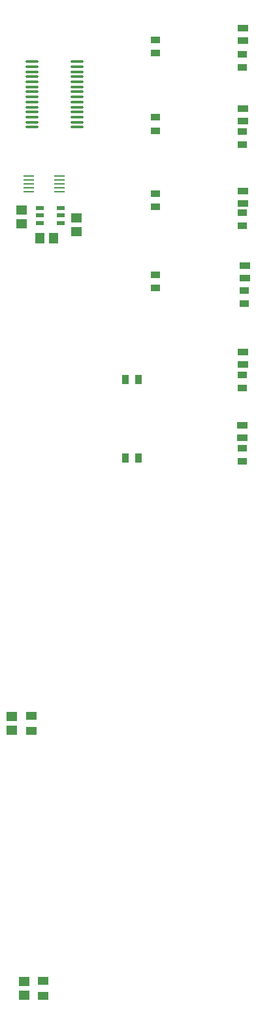
<source format=gbr>
G04 Layer_Color=8421504*
%FSLAX26Y26*%
%MOIN*%
%TF.FileFunction,Paste,Top*%
%TF.Part,Single*%
G01*
G75*
%TA.AperFunction,SMDPad,CuDef*%
%ADD10R,0.039370X0.023622*%
%ADD11O,0.072835X0.013780*%
%ADD12R,0.033465X0.051181*%
%ADD13R,0.051181X0.033465*%
%ADD14R,0.053150X0.037402*%
%ADD15O,0.057087X0.009842*%
%ADD16R,0.057087X0.045276*%
%ADD17R,0.045276X0.057087*%
%ADD18R,0.055118X0.041339*%
D10*
X1133600Y4983712D02*
D03*
Y4946310D02*
D03*
Y4908908D02*
D03*
X1241868D02*
D03*
Y4946310D02*
D03*
Y4983712D02*
D03*
D11*
X1325174Y5396912D02*
D03*
Y5422502D02*
D03*
Y5448094D02*
D03*
Y5473684D02*
D03*
Y5499274D02*
D03*
Y5524864D02*
D03*
Y5550456D02*
D03*
Y5576046D02*
D03*
Y5601636D02*
D03*
Y5627228D02*
D03*
Y5652818D02*
D03*
Y5678408D02*
D03*
Y5703998D02*
D03*
Y5729590D02*
D03*
X1094860Y5396912D02*
D03*
Y5422502D02*
D03*
Y5448094D02*
D03*
Y5473684D02*
D03*
Y5499274D02*
D03*
Y5524864D02*
D03*
Y5550456D02*
D03*
Y5576046D02*
D03*
Y5601636D02*
D03*
Y5627228D02*
D03*
Y5652818D02*
D03*
Y5678408D02*
D03*
Y5703998D02*
D03*
Y5729590D02*
D03*
D12*
X1571038Y4111402D02*
D03*
X1637968D02*
D03*
X1571040Y3711404D02*
D03*
X1637970D02*
D03*
D13*
X2169230Y4068278D02*
D03*
Y4135208D02*
D03*
X1724350Y4643080D02*
D03*
Y4576150D02*
D03*
Y5056466D02*
D03*
Y4989536D02*
D03*
X1724348Y5446232D02*
D03*
Y5379302D02*
D03*
X2169230Y3694264D02*
D03*
Y3761192D02*
D03*
X2169228Y5702138D02*
D03*
Y5769068D02*
D03*
X2169230Y5308434D02*
D03*
Y5375364D02*
D03*
X2177102Y4497412D02*
D03*
Y4564340D02*
D03*
X2169230Y4895048D02*
D03*
Y4961976D02*
D03*
X1724348Y5839932D02*
D03*
Y5773002D02*
D03*
D14*
X2170000Y5838504D02*
D03*
Y5901496D02*
D03*
Y4188504D02*
D03*
Y4251496D02*
D03*
X2169230Y3814342D02*
D03*
Y3877334D02*
D03*
X2170000Y5428504D02*
D03*
Y5491496D02*
D03*
X2180000Y4628504D02*
D03*
Y4691496D02*
D03*
X2170000Y5008504D02*
D03*
Y5071496D02*
D03*
D15*
X1235964Y5068356D02*
D03*
Y5088042D02*
D03*
Y5107726D02*
D03*
Y5127412D02*
D03*
Y5147096D02*
D03*
X1076514Y5068356D02*
D03*
Y5088042D02*
D03*
Y5107726D02*
D03*
Y5127412D02*
D03*
Y5147096D02*
D03*
D16*
X1040000Y4975434D02*
D03*
Y4904568D02*
D03*
X1320000Y4864568D02*
D03*
Y4935434D02*
D03*
X991000Y2323568D02*
D03*
Y2394434D02*
D03*
X1055000Y974566D02*
D03*
Y1045432D02*
D03*
D17*
X1134568Y4830000D02*
D03*
X1205434D02*
D03*
D18*
X1090000Y2397402D02*
D03*
Y2322598D02*
D03*
X1150000Y1047402D02*
D03*
Y972598D02*
D03*
%TF.MD5,46326fedfd86d9f90a1c3d46d5bcf030*%
M02*

</source>
